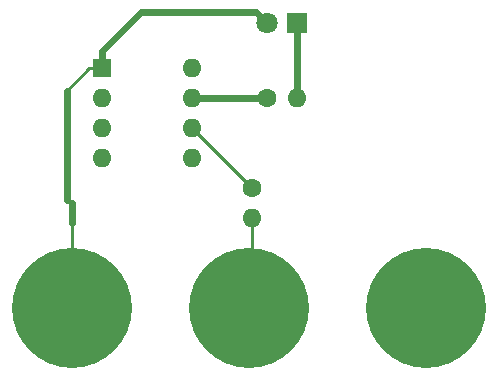
<source format=gbr>
G04 #@! TF.GenerationSoftware,KiCad,Pcbnew,(5.1.5)-3*
G04 #@! TF.CreationDate,2019-12-24T13:43:55+08:00*
G04 #@! TF.ProjectId,test,74657374-2e6b-4696-9361-645f70636258,rev?*
G04 #@! TF.SameCoordinates,Original*
G04 #@! TF.FileFunction,Copper,L1,Top*
G04 #@! TF.FilePolarity,Positive*
%FSLAX46Y46*%
G04 Gerber Fmt 4.6, Leading zero omitted, Abs format (unit mm)*
G04 Created by KiCad (PCBNEW (5.1.5)-3) date 2019-12-24 13:43:55*
%MOMM*%
%LPD*%
G04 APERTURE LIST*
%ADD10R,1.800000X1.800000*%
%ADD11C,1.800000*%
%ADD12C,1.600000*%
%ADD13O,1.600000X1.600000*%
%ADD14C,10.160000*%
%ADD15R,1.600000X1.600000*%
%ADD16C,0.609600*%
%ADD17C,0.250000*%
G04 APERTURE END LIST*
D10*
X50800000Y-49530000D03*
D11*
X48260000Y-49530000D03*
D12*
X48260000Y-55880000D03*
D13*
X50800000Y-55880000D03*
D14*
X31750000Y-73660000D03*
X61720000Y-73660000D03*
X46740000Y-73660000D03*
D13*
X46990000Y-66040000D03*
D12*
X46990000Y-63500000D03*
D15*
X34290000Y-53340000D03*
D13*
X41910000Y-60960000D03*
X34290000Y-55880000D03*
X41910000Y-58420000D03*
X34290000Y-58420000D03*
X41910000Y-55880000D03*
X34290000Y-60960000D03*
X41910000Y-53340000D03*
D16*
X50800000Y-49530000D02*
X50800000Y-55880000D01*
D17*
X31750000Y-66475796D02*
X31750000Y-73660000D01*
X33240000Y-53340000D02*
X34290000Y-53340000D01*
X31299990Y-55280010D02*
X33240000Y-53340000D01*
D16*
X31299990Y-64506390D02*
X31299990Y-55280010D01*
D17*
X31563600Y-64770000D02*
X31299990Y-64506390D01*
X31750000Y-64770000D02*
X31563600Y-64770000D01*
D16*
X34290000Y-51930400D02*
X34290000Y-53340000D01*
X37590399Y-48630001D02*
X34290000Y-51930400D01*
X47360001Y-48630001D02*
X37590399Y-48630001D01*
X48260000Y-49530000D02*
X47360001Y-48630001D01*
X31750000Y-64770000D02*
X31750000Y-66475796D01*
D17*
X46990000Y-73410000D02*
X46740000Y-73660000D01*
X46990000Y-66040000D02*
X46990000Y-73410000D01*
D16*
X41910000Y-55880000D02*
X48260000Y-55880000D01*
D17*
X42709999Y-59219999D02*
X46990000Y-63500000D01*
X41910000Y-58420000D02*
X42709999Y-59219999D01*
M02*

</source>
